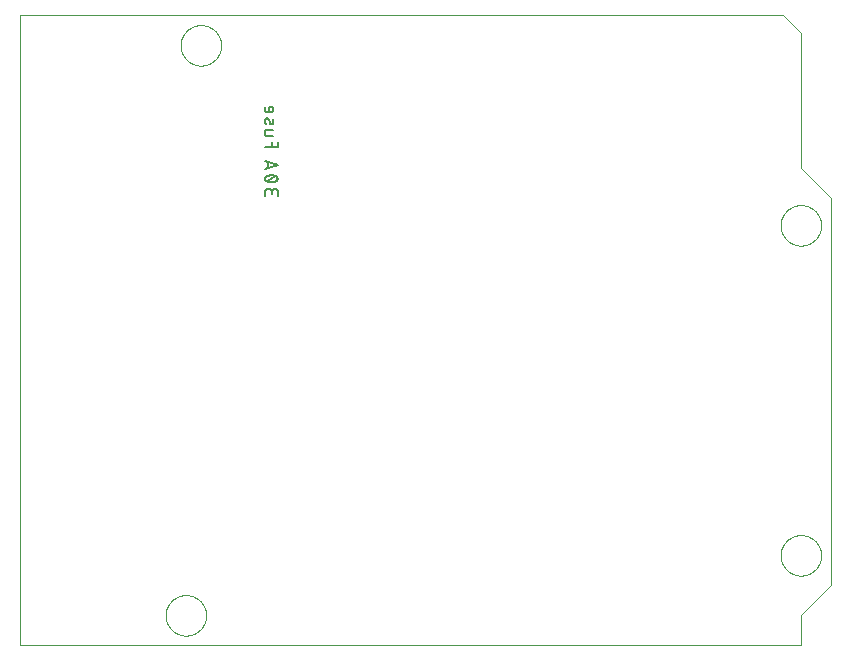
<source format=gbo>
G75*
%MOIN*%
%OFA0B0*%
%FSLAX25Y25*%
%IPPOS*%
%LPD*%
%AMOC8*
5,1,8,0,0,1.08239X$1,22.5*
%
%ADD10C,0.00000*%
%ADD11C,0.00800*%
D10*
X0006099Y0013339D02*
X0266300Y0013339D01*
X0266300Y0023300D01*
X0276300Y0033300D01*
X0276300Y0162300D01*
X0266300Y0172300D01*
X0266300Y0217300D01*
X0260300Y0223300D01*
X0006099Y0223300D01*
X0006099Y0013339D01*
X0054550Y0023300D02*
X0054552Y0023466D01*
X0054558Y0023631D01*
X0054568Y0023797D01*
X0054583Y0023962D01*
X0054601Y0024126D01*
X0054623Y0024290D01*
X0054649Y0024454D01*
X0054680Y0024617D01*
X0054714Y0024779D01*
X0054752Y0024940D01*
X0054795Y0025100D01*
X0054841Y0025259D01*
X0054891Y0025417D01*
X0054945Y0025574D01*
X0055002Y0025729D01*
X0055064Y0025883D01*
X0055129Y0026035D01*
X0055198Y0026186D01*
X0055271Y0026335D01*
X0055347Y0026482D01*
X0055427Y0026627D01*
X0055510Y0026770D01*
X0055597Y0026911D01*
X0055688Y0027050D01*
X0055781Y0027187D01*
X0055878Y0027321D01*
X0055979Y0027453D01*
X0056082Y0027582D01*
X0056189Y0027709D01*
X0056299Y0027833D01*
X0056411Y0027954D01*
X0056527Y0028073D01*
X0056646Y0028189D01*
X0056767Y0028301D01*
X0056891Y0028411D01*
X0057018Y0028518D01*
X0057147Y0028621D01*
X0057279Y0028722D01*
X0057413Y0028819D01*
X0057550Y0028912D01*
X0057689Y0029003D01*
X0057830Y0029090D01*
X0057973Y0029173D01*
X0058118Y0029253D01*
X0058265Y0029329D01*
X0058414Y0029402D01*
X0058565Y0029471D01*
X0058717Y0029536D01*
X0058871Y0029598D01*
X0059026Y0029655D01*
X0059183Y0029709D01*
X0059341Y0029759D01*
X0059500Y0029805D01*
X0059660Y0029848D01*
X0059821Y0029886D01*
X0059983Y0029920D01*
X0060146Y0029951D01*
X0060310Y0029977D01*
X0060474Y0029999D01*
X0060638Y0030017D01*
X0060803Y0030032D01*
X0060969Y0030042D01*
X0061134Y0030048D01*
X0061300Y0030050D01*
X0061466Y0030048D01*
X0061631Y0030042D01*
X0061797Y0030032D01*
X0061962Y0030017D01*
X0062126Y0029999D01*
X0062290Y0029977D01*
X0062454Y0029951D01*
X0062617Y0029920D01*
X0062779Y0029886D01*
X0062940Y0029848D01*
X0063100Y0029805D01*
X0063259Y0029759D01*
X0063417Y0029709D01*
X0063574Y0029655D01*
X0063729Y0029598D01*
X0063883Y0029536D01*
X0064035Y0029471D01*
X0064186Y0029402D01*
X0064335Y0029329D01*
X0064482Y0029253D01*
X0064627Y0029173D01*
X0064770Y0029090D01*
X0064911Y0029003D01*
X0065050Y0028912D01*
X0065187Y0028819D01*
X0065321Y0028722D01*
X0065453Y0028621D01*
X0065582Y0028518D01*
X0065709Y0028411D01*
X0065833Y0028301D01*
X0065954Y0028189D01*
X0066073Y0028073D01*
X0066189Y0027954D01*
X0066301Y0027833D01*
X0066411Y0027709D01*
X0066518Y0027582D01*
X0066621Y0027453D01*
X0066722Y0027321D01*
X0066819Y0027187D01*
X0066912Y0027050D01*
X0067003Y0026911D01*
X0067090Y0026770D01*
X0067173Y0026627D01*
X0067253Y0026482D01*
X0067329Y0026335D01*
X0067402Y0026186D01*
X0067471Y0026035D01*
X0067536Y0025883D01*
X0067598Y0025729D01*
X0067655Y0025574D01*
X0067709Y0025417D01*
X0067759Y0025259D01*
X0067805Y0025100D01*
X0067848Y0024940D01*
X0067886Y0024779D01*
X0067920Y0024617D01*
X0067951Y0024454D01*
X0067977Y0024290D01*
X0067999Y0024126D01*
X0068017Y0023962D01*
X0068032Y0023797D01*
X0068042Y0023631D01*
X0068048Y0023466D01*
X0068050Y0023300D01*
X0068048Y0023134D01*
X0068042Y0022969D01*
X0068032Y0022803D01*
X0068017Y0022638D01*
X0067999Y0022474D01*
X0067977Y0022310D01*
X0067951Y0022146D01*
X0067920Y0021983D01*
X0067886Y0021821D01*
X0067848Y0021660D01*
X0067805Y0021500D01*
X0067759Y0021341D01*
X0067709Y0021183D01*
X0067655Y0021026D01*
X0067598Y0020871D01*
X0067536Y0020717D01*
X0067471Y0020565D01*
X0067402Y0020414D01*
X0067329Y0020265D01*
X0067253Y0020118D01*
X0067173Y0019973D01*
X0067090Y0019830D01*
X0067003Y0019689D01*
X0066912Y0019550D01*
X0066819Y0019413D01*
X0066722Y0019279D01*
X0066621Y0019147D01*
X0066518Y0019018D01*
X0066411Y0018891D01*
X0066301Y0018767D01*
X0066189Y0018646D01*
X0066073Y0018527D01*
X0065954Y0018411D01*
X0065833Y0018299D01*
X0065709Y0018189D01*
X0065582Y0018082D01*
X0065453Y0017979D01*
X0065321Y0017878D01*
X0065187Y0017781D01*
X0065050Y0017688D01*
X0064911Y0017597D01*
X0064770Y0017510D01*
X0064627Y0017427D01*
X0064482Y0017347D01*
X0064335Y0017271D01*
X0064186Y0017198D01*
X0064035Y0017129D01*
X0063883Y0017064D01*
X0063729Y0017002D01*
X0063574Y0016945D01*
X0063417Y0016891D01*
X0063259Y0016841D01*
X0063100Y0016795D01*
X0062940Y0016752D01*
X0062779Y0016714D01*
X0062617Y0016680D01*
X0062454Y0016649D01*
X0062290Y0016623D01*
X0062126Y0016601D01*
X0061962Y0016583D01*
X0061797Y0016568D01*
X0061631Y0016558D01*
X0061466Y0016552D01*
X0061300Y0016550D01*
X0061134Y0016552D01*
X0060969Y0016558D01*
X0060803Y0016568D01*
X0060638Y0016583D01*
X0060474Y0016601D01*
X0060310Y0016623D01*
X0060146Y0016649D01*
X0059983Y0016680D01*
X0059821Y0016714D01*
X0059660Y0016752D01*
X0059500Y0016795D01*
X0059341Y0016841D01*
X0059183Y0016891D01*
X0059026Y0016945D01*
X0058871Y0017002D01*
X0058717Y0017064D01*
X0058565Y0017129D01*
X0058414Y0017198D01*
X0058265Y0017271D01*
X0058118Y0017347D01*
X0057973Y0017427D01*
X0057830Y0017510D01*
X0057689Y0017597D01*
X0057550Y0017688D01*
X0057413Y0017781D01*
X0057279Y0017878D01*
X0057147Y0017979D01*
X0057018Y0018082D01*
X0056891Y0018189D01*
X0056767Y0018299D01*
X0056646Y0018411D01*
X0056527Y0018527D01*
X0056411Y0018646D01*
X0056299Y0018767D01*
X0056189Y0018891D01*
X0056082Y0019018D01*
X0055979Y0019147D01*
X0055878Y0019279D01*
X0055781Y0019413D01*
X0055688Y0019550D01*
X0055597Y0019689D01*
X0055510Y0019830D01*
X0055427Y0019973D01*
X0055347Y0020118D01*
X0055271Y0020265D01*
X0055198Y0020414D01*
X0055129Y0020565D01*
X0055064Y0020717D01*
X0055002Y0020871D01*
X0054945Y0021026D01*
X0054891Y0021183D01*
X0054841Y0021341D01*
X0054795Y0021500D01*
X0054752Y0021660D01*
X0054714Y0021821D01*
X0054680Y0021983D01*
X0054649Y0022146D01*
X0054623Y0022310D01*
X0054601Y0022474D01*
X0054583Y0022638D01*
X0054568Y0022803D01*
X0054558Y0022969D01*
X0054552Y0023134D01*
X0054550Y0023300D01*
X0259550Y0043300D02*
X0259552Y0043466D01*
X0259558Y0043631D01*
X0259568Y0043797D01*
X0259583Y0043962D01*
X0259601Y0044126D01*
X0259623Y0044290D01*
X0259649Y0044454D01*
X0259680Y0044617D01*
X0259714Y0044779D01*
X0259752Y0044940D01*
X0259795Y0045100D01*
X0259841Y0045259D01*
X0259891Y0045417D01*
X0259945Y0045574D01*
X0260002Y0045729D01*
X0260064Y0045883D01*
X0260129Y0046035D01*
X0260198Y0046186D01*
X0260271Y0046335D01*
X0260347Y0046482D01*
X0260427Y0046627D01*
X0260510Y0046770D01*
X0260597Y0046911D01*
X0260688Y0047050D01*
X0260781Y0047187D01*
X0260878Y0047321D01*
X0260979Y0047453D01*
X0261082Y0047582D01*
X0261189Y0047709D01*
X0261299Y0047833D01*
X0261411Y0047954D01*
X0261527Y0048073D01*
X0261646Y0048189D01*
X0261767Y0048301D01*
X0261891Y0048411D01*
X0262018Y0048518D01*
X0262147Y0048621D01*
X0262279Y0048722D01*
X0262413Y0048819D01*
X0262550Y0048912D01*
X0262689Y0049003D01*
X0262830Y0049090D01*
X0262973Y0049173D01*
X0263118Y0049253D01*
X0263265Y0049329D01*
X0263414Y0049402D01*
X0263565Y0049471D01*
X0263717Y0049536D01*
X0263871Y0049598D01*
X0264026Y0049655D01*
X0264183Y0049709D01*
X0264341Y0049759D01*
X0264500Y0049805D01*
X0264660Y0049848D01*
X0264821Y0049886D01*
X0264983Y0049920D01*
X0265146Y0049951D01*
X0265310Y0049977D01*
X0265474Y0049999D01*
X0265638Y0050017D01*
X0265803Y0050032D01*
X0265969Y0050042D01*
X0266134Y0050048D01*
X0266300Y0050050D01*
X0266466Y0050048D01*
X0266631Y0050042D01*
X0266797Y0050032D01*
X0266962Y0050017D01*
X0267126Y0049999D01*
X0267290Y0049977D01*
X0267454Y0049951D01*
X0267617Y0049920D01*
X0267779Y0049886D01*
X0267940Y0049848D01*
X0268100Y0049805D01*
X0268259Y0049759D01*
X0268417Y0049709D01*
X0268574Y0049655D01*
X0268729Y0049598D01*
X0268883Y0049536D01*
X0269035Y0049471D01*
X0269186Y0049402D01*
X0269335Y0049329D01*
X0269482Y0049253D01*
X0269627Y0049173D01*
X0269770Y0049090D01*
X0269911Y0049003D01*
X0270050Y0048912D01*
X0270187Y0048819D01*
X0270321Y0048722D01*
X0270453Y0048621D01*
X0270582Y0048518D01*
X0270709Y0048411D01*
X0270833Y0048301D01*
X0270954Y0048189D01*
X0271073Y0048073D01*
X0271189Y0047954D01*
X0271301Y0047833D01*
X0271411Y0047709D01*
X0271518Y0047582D01*
X0271621Y0047453D01*
X0271722Y0047321D01*
X0271819Y0047187D01*
X0271912Y0047050D01*
X0272003Y0046911D01*
X0272090Y0046770D01*
X0272173Y0046627D01*
X0272253Y0046482D01*
X0272329Y0046335D01*
X0272402Y0046186D01*
X0272471Y0046035D01*
X0272536Y0045883D01*
X0272598Y0045729D01*
X0272655Y0045574D01*
X0272709Y0045417D01*
X0272759Y0045259D01*
X0272805Y0045100D01*
X0272848Y0044940D01*
X0272886Y0044779D01*
X0272920Y0044617D01*
X0272951Y0044454D01*
X0272977Y0044290D01*
X0272999Y0044126D01*
X0273017Y0043962D01*
X0273032Y0043797D01*
X0273042Y0043631D01*
X0273048Y0043466D01*
X0273050Y0043300D01*
X0273048Y0043134D01*
X0273042Y0042969D01*
X0273032Y0042803D01*
X0273017Y0042638D01*
X0272999Y0042474D01*
X0272977Y0042310D01*
X0272951Y0042146D01*
X0272920Y0041983D01*
X0272886Y0041821D01*
X0272848Y0041660D01*
X0272805Y0041500D01*
X0272759Y0041341D01*
X0272709Y0041183D01*
X0272655Y0041026D01*
X0272598Y0040871D01*
X0272536Y0040717D01*
X0272471Y0040565D01*
X0272402Y0040414D01*
X0272329Y0040265D01*
X0272253Y0040118D01*
X0272173Y0039973D01*
X0272090Y0039830D01*
X0272003Y0039689D01*
X0271912Y0039550D01*
X0271819Y0039413D01*
X0271722Y0039279D01*
X0271621Y0039147D01*
X0271518Y0039018D01*
X0271411Y0038891D01*
X0271301Y0038767D01*
X0271189Y0038646D01*
X0271073Y0038527D01*
X0270954Y0038411D01*
X0270833Y0038299D01*
X0270709Y0038189D01*
X0270582Y0038082D01*
X0270453Y0037979D01*
X0270321Y0037878D01*
X0270187Y0037781D01*
X0270050Y0037688D01*
X0269911Y0037597D01*
X0269770Y0037510D01*
X0269627Y0037427D01*
X0269482Y0037347D01*
X0269335Y0037271D01*
X0269186Y0037198D01*
X0269035Y0037129D01*
X0268883Y0037064D01*
X0268729Y0037002D01*
X0268574Y0036945D01*
X0268417Y0036891D01*
X0268259Y0036841D01*
X0268100Y0036795D01*
X0267940Y0036752D01*
X0267779Y0036714D01*
X0267617Y0036680D01*
X0267454Y0036649D01*
X0267290Y0036623D01*
X0267126Y0036601D01*
X0266962Y0036583D01*
X0266797Y0036568D01*
X0266631Y0036558D01*
X0266466Y0036552D01*
X0266300Y0036550D01*
X0266134Y0036552D01*
X0265969Y0036558D01*
X0265803Y0036568D01*
X0265638Y0036583D01*
X0265474Y0036601D01*
X0265310Y0036623D01*
X0265146Y0036649D01*
X0264983Y0036680D01*
X0264821Y0036714D01*
X0264660Y0036752D01*
X0264500Y0036795D01*
X0264341Y0036841D01*
X0264183Y0036891D01*
X0264026Y0036945D01*
X0263871Y0037002D01*
X0263717Y0037064D01*
X0263565Y0037129D01*
X0263414Y0037198D01*
X0263265Y0037271D01*
X0263118Y0037347D01*
X0262973Y0037427D01*
X0262830Y0037510D01*
X0262689Y0037597D01*
X0262550Y0037688D01*
X0262413Y0037781D01*
X0262279Y0037878D01*
X0262147Y0037979D01*
X0262018Y0038082D01*
X0261891Y0038189D01*
X0261767Y0038299D01*
X0261646Y0038411D01*
X0261527Y0038527D01*
X0261411Y0038646D01*
X0261299Y0038767D01*
X0261189Y0038891D01*
X0261082Y0039018D01*
X0260979Y0039147D01*
X0260878Y0039279D01*
X0260781Y0039413D01*
X0260688Y0039550D01*
X0260597Y0039689D01*
X0260510Y0039830D01*
X0260427Y0039973D01*
X0260347Y0040118D01*
X0260271Y0040265D01*
X0260198Y0040414D01*
X0260129Y0040565D01*
X0260064Y0040717D01*
X0260002Y0040871D01*
X0259945Y0041026D01*
X0259891Y0041183D01*
X0259841Y0041341D01*
X0259795Y0041500D01*
X0259752Y0041660D01*
X0259714Y0041821D01*
X0259680Y0041983D01*
X0259649Y0042146D01*
X0259623Y0042310D01*
X0259601Y0042474D01*
X0259583Y0042638D01*
X0259568Y0042803D01*
X0259558Y0042969D01*
X0259552Y0043134D01*
X0259550Y0043300D01*
X0259550Y0153300D02*
X0259552Y0153466D01*
X0259558Y0153631D01*
X0259568Y0153797D01*
X0259583Y0153962D01*
X0259601Y0154126D01*
X0259623Y0154290D01*
X0259649Y0154454D01*
X0259680Y0154617D01*
X0259714Y0154779D01*
X0259752Y0154940D01*
X0259795Y0155100D01*
X0259841Y0155259D01*
X0259891Y0155417D01*
X0259945Y0155574D01*
X0260002Y0155729D01*
X0260064Y0155883D01*
X0260129Y0156035D01*
X0260198Y0156186D01*
X0260271Y0156335D01*
X0260347Y0156482D01*
X0260427Y0156627D01*
X0260510Y0156770D01*
X0260597Y0156911D01*
X0260688Y0157050D01*
X0260781Y0157187D01*
X0260878Y0157321D01*
X0260979Y0157453D01*
X0261082Y0157582D01*
X0261189Y0157709D01*
X0261299Y0157833D01*
X0261411Y0157954D01*
X0261527Y0158073D01*
X0261646Y0158189D01*
X0261767Y0158301D01*
X0261891Y0158411D01*
X0262018Y0158518D01*
X0262147Y0158621D01*
X0262279Y0158722D01*
X0262413Y0158819D01*
X0262550Y0158912D01*
X0262689Y0159003D01*
X0262830Y0159090D01*
X0262973Y0159173D01*
X0263118Y0159253D01*
X0263265Y0159329D01*
X0263414Y0159402D01*
X0263565Y0159471D01*
X0263717Y0159536D01*
X0263871Y0159598D01*
X0264026Y0159655D01*
X0264183Y0159709D01*
X0264341Y0159759D01*
X0264500Y0159805D01*
X0264660Y0159848D01*
X0264821Y0159886D01*
X0264983Y0159920D01*
X0265146Y0159951D01*
X0265310Y0159977D01*
X0265474Y0159999D01*
X0265638Y0160017D01*
X0265803Y0160032D01*
X0265969Y0160042D01*
X0266134Y0160048D01*
X0266300Y0160050D01*
X0266466Y0160048D01*
X0266631Y0160042D01*
X0266797Y0160032D01*
X0266962Y0160017D01*
X0267126Y0159999D01*
X0267290Y0159977D01*
X0267454Y0159951D01*
X0267617Y0159920D01*
X0267779Y0159886D01*
X0267940Y0159848D01*
X0268100Y0159805D01*
X0268259Y0159759D01*
X0268417Y0159709D01*
X0268574Y0159655D01*
X0268729Y0159598D01*
X0268883Y0159536D01*
X0269035Y0159471D01*
X0269186Y0159402D01*
X0269335Y0159329D01*
X0269482Y0159253D01*
X0269627Y0159173D01*
X0269770Y0159090D01*
X0269911Y0159003D01*
X0270050Y0158912D01*
X0270187Y0158819D01*
X0270321Y0158722D01*
X0270453Y0158621D01*
X0270582Y0158518D01*
X0270709Y0158411D01*
X0270833Y0158301D01*
X0270954Y0158189D01*
X0271073Y0158073D01*
X0271189Y0157954D01*
X0271301Y0157833D01*
X0271411Y0157709D01*
X0271518Y0157582D01*
X0271621Y0157453D01*
X0271722Y0157321D01*
X0271819Y0157187D01*
X0271912Y0157050D01*
X0272003Y0156911D01*
X0272090Y0156770D01*
X0272173Y0156627D01*
X0272253Y0156482D01*
X0272329Y0156335D01*
X0272402Y0156186D01*
X0272471Y0156035D01*
X0272536Y0155883D01*
X0272598Y0155729D01*
X0272655Y0155574D01*
X0272709Y0155417D01*
X0272759Y0155259D01*
X0272805Y0155100D01*
X0272848Y0154940D01*
X0272886Y0154779D01*
X0272920Y0154617D01*
X0272951Y0154454D01*
X0272977Y0154290D01*
X0272999Y0154126D01*
X0273017Y0153962D01*
X0273032Y0153797D01*
X0273042Y0153631D01*
X0273048Y0153466D01*
X0273050Y0153300D01*
X0273048Y0153134D01*
X0273042Y0152969D01*
X0273032Y0152803D01*
X0273017Y0152638D01*
X0272999Y0152474D01*
X0272977Y0152310D01*
X0272951Y0152146D01*
X0272920Y0151983D01*
X0272886Y0151821D01*
X0272848Y0151660D01*
X0272805Y0151500D01*
X0272759Y0151341D01*
X0272709Y0151183D01*
X0272655Y0151026D01*
X0272598Y0150871D01*
X0272536Y0150717D01*
X0272471Y0150565D01*
X0272402Y0150414D01*
X0272329Y0150265D01*
X0272253Y0150118D01*
X0272173Y0149973D01*
X0272090Y0149830D01*
X0272003Y0149689D01*
X0271912Y0149550D01*
X0271819Y0149413D01*
X0271722Y0149279D01*
X0271621Y0149147D01*
X0271518Y0149018D01*
X0271411Y0148891D01*
X0271301Y0148767D01*
X0271189Y0148646D01*
X0271073Y0148527D01*
X0270954Y0148411D01*
X0270833Y0148299D01*
X0270709Y0148189D01*
X0270582Y0148082D01*
X0270453Y0147979D01*
X0270321Y0147878D01*
X0270187Y0147781D01*
X0270050Y0147688D01*
X0269911Y0147597D01*
X0269770Y0147510D01*
X0269627Y0147427D01*
X0269482Y0147347D01*
X0269335Y0147271D01*
X0269186Y0147198D01*
X0269035Y0147129D01*
X0268883Y0147064D01*
X0268729Y0147002D01*
X0268574Y0146945D01*
X0268417Y0146891D01*
X0268259Y0146841D01*
X0268100Y0146795D01*
X0267940Y0146752D01*
X0267779Y0146714D01*
X0267617Y0146680D01*
X0267454Y0146649D01*
X0267290Y0146623D01*
X0267126Y0146601D01*
X0266962Y0146583D01*
X0266797Y0146568D01*
X0266631Y0146558D01*
X0266466Y0146552D01*
X0266300Y0146550D01*
X0266134Y0146552D01*
X0265969Y0146558D01*
X0265803Y0146568D01*
X0265638Y0146583D01*
X0265474Y0146601D01*
X0265310Y0146623D01*
X0265146Y0146649D01*
X0264983Y0146680D01*
X0264821Y0146714D01*
X0264660Y0146752D01*
X0264500Y0146795D01*
X0264341Y0146841D01*
X0264183Y0146891D01*
X0264026Y0146945D01*
X0263871Y0147002D01*
X0263717Y0147064D01*
X0263565Y0147129D01*
X0263414Y0147198D01*
X0263265Y0147271D01*
X0263118Y0147347D01*
X0262973Y0147427D01*
X0262830Y0147510D01*
X0262689Y0147597D01*
X0262550Y0147688D01*
X0262413Y0147781D01*
X0262279Y0147878D01*
X0262147Y0147979D01*
X0262018Y0148082D01*
X0261891Y0148189D01*
X0261767Y0148299D01*
X0261646Y0148411D01*
X0261527Y0148527D01*
X0261411Y0148646D01*
X0261299Y0148767D01*
X0261189Y0148891D01*
X0261082Y0149018D01*
X0260979Y0149147D01*
X0260878Y0149279D01*
X0260781Y0149413D01*
X0260688Y0149550D01*
X0260597Y0149689D01*
X0260510Y0149830D01*
X0260427Y0149973D01*
X0260347Y0150118D01*
X0260271Y0150265D01*
X0260198Y0150414D01*
X0260129Y0150565D01*
X0260064Y0150717D01*
X0260002Y0150871D01*
X0259945Y0151026D01*
X0259891Y0151183D01*
X0259841Y0151341D01*
X0259795Y0151500D01*
X0259752Y0151660D01*
X0259714Y0151821D01*
X0259680Y0151983D01*
X0259649Y0152146D01*
X0259623Y0152310D01*
X0259601Y0152474D01*
X0259583Y0152638D01*
X0259568Y0152803D01*
X0259558Y0152969D01*
X0259552Y0153134D01*
X0259550Y0153300D01*
X0059550Y0213300D02*
X0059552Y0213466D01*
X0059558Y0213631D01*
X0059568Y0213797D01*
X0059583Y0213962D01*
X0059601Y0214126D01*
X0059623Y0214290D01*
X0059649Y0214454D01*
X0059680Y0214617D01*
X0059714Y0214779D01*
X0059752Y0214940D01*
X0059795Y0215100D01*
X0059841Y0215259D01*
X0059891Y0215417D01*
X0059945Y0215574D01*
X0060002Y0215729D01*
X0060064Y0215883D01*
X0060129Y0216035D01*
X0060198Y0216186D01*
X0060271Y0216335D01*
X0060347Y0216482D01*
X0060427Y0216627D01*
X0060510Y0216770D01*
X0060597Y0216911D01*
X0060688Y0217050D01*
X0060781Y0217187D01*
X0060878Y0217321D01*
X0060979Y0217453D01*
X0061082Y0217582D01*
X0061189Y0217709D01*
X0061299Y0217833D01*
X0061411Y0217954D01*
X0061527Y0218073D01*
X0061646Y0218189D01*
X0061767Y0218301D01*
X0061891Y0218411D01*
X0062018Y0218518D01*
X0062147Y0218621D01*
X0062279Y0218722D01*
X0062413Y0218819D01*
X0062550Y0218912D01*
X0062689Y0219003D01*
X0062830Y0219090D01*
X0062973Y0219173D01*
X0063118Y0219253D01*
X0063265Y0219329D01*
X0063414Y0219402D01*
X0063565Y0219471D01*
X0063717Y0219536D01*
X0063871Y0219598D01*
X0064026Y0219655D01*
X0064183Y0219709D01*
X0064341Y0219759D01*
X0064500Y0219805D01*
X0064660Y0219848D01*
X0064821Y0219886D01*
X0064983Y0219920D01*
X0065146Y0219951D01*
X0065310Y0219977D01*
X0065474Y0219999D01*
X0065638Y0220017D01*
X0065803Y0220032D01*
X0065969Y0220042D01*
X0066134Y0220048D01*
X0066300Y0220050D01*
X0066466Y0220048D01*
X0066631Y0220042D01*
X0066797Y0220032D01*
X0066962Y0220017D01*
X0067126Y0219999D01*
X0067290Y0219977D01*
X0067454Y0219951D01*
X0067617Y0219920D01*
X0067779Y0219886D01*
X0067940Y0219848D01*
X0068100Y0219805D01*
X0068259Y0219759D01*
X0068417Y0219709D01*
X0068574Y0219655D01*
X0068729Y0219598D01*
X0068883Y0219536D01*
X0069035Y0219471D01*
X0069186Y0219402D01*
X0069335Y0219329D01*
X0069482Y0219253D01*
X0069627Y0219173D01*
X0069770Y0219090D01*
X0069911Y0219003D01*
X0070050Y0218912D01*
X0070187Y0218819D01*
X0070321Y0218722D01*
X0070453Y0218621D01*
X0070582Y0218518D01*
X0070709Y0218411D01*
X0070833Y0218301D01*
X0070954Y0218189D01*
X0071073Y0218073D01*
X0071189Y0217954D01*
X0071301Y0217833D01*
X0071411Y0217709D01*
X0071518Y0217582D01*
X0071621Y0217453D01*
X0071722Y0217321D01*
X0071819Y0217187D01*
X0071912Y0217050D01*
X0072003Y0216911D01*
X0072090Y0216770D01*
X0072173Y0216627D01*
X0072253Y0216482D01*
X0072329Y0216335D01*
X0072402Y0216186D01*
X0072471Y0216035D01*
X0072536Y0215883D01*
X0072598Y0215729D01*
X0072655Y0215574D01*
X0072709Y0215417D01*
X0072759Y0215259D01*
X0072805Y0215100D01*
X0072848Y0214940D01*
X0072886Y0214779D01*
X0072920Y0214617D01*
X0072951Y0214454D01*
X0072977Y0214290D01*
X0072999Y0214126D01*
X0073017Y0213962D01*
X0073032Y0213797D01*
X0073042Y0213631D01*
X0073048Y0213466D01*
X0073050Y0213300D01*
X0073048Y0213134D01*
X0073042Y0212969D01*
X0073032Y0212803D01*
X0073017Y0212638D01*
X0072999Y0212474D01*
X0072977Y0212310D01*
X0072951Y0212146D01*
X0072920Y0211983D01*
X0072886Y0211821D01*
X0072848Y0211660D01*
X0072805Y0211500D01*
X0072759Y0211341D01*
X0072709Y0211183D01*
X0072655Y0211026D01*
X0072598Y0210871D01*
X0072536Y0210717D01*
X0072471Y0210565D01*
X0072402Y0210414D01*
X0072329Y0210265D01*
X0072253Y0210118D01*
X0072173Y0209973D01*
X0072090Y0209830D01*
X0072003Y0209689D01*
X0071912Y0209550D01*
X0071819Y0209413D01*
X0071722Y0209279D01*
X0071621Y0209147D01*
X0071518Y0209018D01*
X0071411Y0208891D01*
X0071301Y0208767D01*
X0071189Y0208646D01*
X0071073Y0208527D01*
X0070954Y0208411D01*
X0070833Y0208299D01*
X0070709Y0208189D01*
X0070582Y0208082D01*
X0070453Y0207979D01*
X0070321Y0207878D01*
X0070187Y0207781D01*
X0070050Y0207688D01*
X0069911Y0207597D01*
X0069770Y0207510D01*
X0069627Y0207427D01*
X0069482Y0207347D01*
X0069335Y0207271D01*
X0069186Y0207198D01*
X0069035Y0207129D01*
X0068883Y0207064D01*
X0068729Y0207002D01*
X0068574Y0206945D01*
X0068417Y0206891D01*
X0068259Y0206841D01*
X0068100Y0206795D01*
X0067940Y0206752D01*
X0067779Y0206714D01*
X0067617Y0206680D01*
X0067454Y0206649D01*
X0067290Y0206623D01*
X0067126Y0206601D01*
X0066962Y0206583D01*
X0066797Y0206568D01*
X0066631Y0206558D01*
X0066466Y0206552D01*
X0066300Y0206550D01*
X0066134Y0206552D01*
X0065969Y0206558D01*
X0065803Y0206568D01*
X0065638Y0206583D01*
X0065474Y0206601D01*
X0065310Y0206623D01*
X0065146Y0206649D01*
X0064983Y0206680D01*
X0064821Y0206714D01*
X0064660Y0206752D01*
X0064500Y0206795D01*
X0064341Y0206841D01*
X0064183Y0206891D01*
X0064026Y0206945D01*
X0063871Y0207002D01*
X0063717Y0207064D01*
X0063565Y0207129D01*
X0063414Y0207198D01*
X0063265Y0207271D01*
X0063118Y0207347D01*
X0062973Y0207427D01*
X0062830Y0207510D01*
X0062689Y0207597D01*
X0062550Y0207688D01*
X0062413Y0207781D01*
X0062279Y0207878D01*
X0062147Y0207979D01*
X0062018Y0208082D01*
X0061891Y0208189D01*
X0061767Y0208299D01*
X0061646Y0208411D01*
X0061527Y0208527D01*
X0061411Y0208646D01*
X0061299Y0208767D01*
X0061189Y0208891D01*
X0061082Y0209018D01*
X0060979Y0209147D01*
X0060878Y0209279D01*
X0060781Y0209413D01*
X0060688Y0209550D01*
X0060597Y0209689D01*
X0060510Y0209830D01*
X0060427Y0209973D01*
X0060347Y0210118D01*
X0060271Y0210265D01*
X0060198Y0210414D01*
X0060129Y0210565D01*
X0060064Y0210717D01*
X0060002Y0210871D01*
X0059945Y0211026D01*
X0059891Y0211183D01*
X0059841Y0211341D01*
X0059795Y0211500D01*
X0059752Y0211660D01*
X0059714Y0211821D01*
X0059680Y0211983D01*
X0059649Y0212146D01*
X0059623Y0212310D01*
X0059601Y0212474D01*
X0059583Y0212638D01*
X0059568Y0212803D01*
X0059558Y0212969D01*
X0059552Y0213134D01*
X0059550Y0213300D01*
D11*
X0087700Y0192900D02*
X0087700Y0191733D01*
X0087702Y0191683D01*
X0087707Y0191633D01*
X0087716Y0191584D01*
X0087728Y0191536D01*
X0087744Y0191488D01*
X0087763Y0191442D01*
X0087786Y0191398D01*
X0087811Y0191355D01*
X0087840Y0191314D01*
X0087871Y0191275D01*
X0087905Y0191238D01*
X0087942Y0191204D01*
X0087981Y0191173D01*
X0088022Y0191144D01*
X0088065Y0191119D01*
X0088109Y0191096D01*
X0088155Y0191077D01*
X0088203Y0191061D01*
X0088251Y0191049D01*
X0088300Y0191040D01*
X0088350Y0191035D01*
X0088400Y0191033D01*
X0089567Y0191033D01*
X0089100Y0191033D02*
X0089100Y0192900D01*
X0089567Y0192900D01*
X0089627Y0192898D01*
X0089686Y0192892D01*
X0089745Y0192883D01*
X0089804Y0192869D01*
X0089861Y0192852D01*
X0089917Y0192832D01*
X0089972Y0192808D01*
X0090025Y0192780D01*
X0090076Y0192749D01*
X0090125Y0192715D01*
X0090172Y0192677D01*
X0090216Y0192637D01*
X0090258Y0192594D01*
X0090296Y0192549D01*
X0090332Y0192501D01*
X0090365Y0192451D01*
X0090394Y0192399D01*
X0090420Y0192345D01*
X0090443Y0192289D01*
X0090461Y0192232D01*
X0090477Y0192175D01*
X0090488Y0192116D01*
X0090496Y0192057D01*
X0090500Y0191997D01*
X0090500Y0191937D01*
X0090496Y0191877D01*
X0090488Y0191818D01*
X0090477Y0191759D01*
X0090461Y0191702D01*
X0090443Y0191645D01*
X0090420Y0191589D01*
X0090394Y0191535D01*
X0090365Y0191483D01*
X0090332Y0191433D01*
X0090296Y0191385D01*
X0090258Y0191340D01*
X0090216Y0191297D01*
X0090172Y0191257D01*
X0090125Y0191219D01*
X0090076Y0191185D01*
X0090025Y0191154D01*
X0089972Y0191126D01*
X0089917Y0191102D01*
X0089861Y0191082D01*
X0089804Y0191065D01*
X0089745Y0191051D01*
X0089686Y0191042D01*
X0089627Y0191036D01*
X0089567Y0191034D01*
X0088867Y0188650D02*
X0089333Y0187483D01*
X0089353Y0187440D01*
X0089376Y0187397D01*
X0089402Y0187357D01*
X0089431Y0187319D01*
X0089464Y0187284D01*
X0089499Y0187251D01*
X0089536Y0187221D01*
X0089576Y0187194D01*
X0089617Y0187170D01*
X0089661Y0187150D01*
X0089706Y0187133D01*
X0089752Y0187120D01*
X0089799Y0187111D01*
X0089847Y0187105D01*
X0089894Y0187103D01*
X0089942Y0187105D01*
X0089990Y0187111D01*
X0090037Y0187120D01*
X0090083Y0187133D01*
X0090128Y0187150D01*
X0090172Y0187170D01*
X0090213Y0187194D01*
X0090253Y0187220D01*
X0090291Y0187250D01*
X0090326Y0187283D01*
X0090358Y0187319D01*
X0090387Y0187356D01*
X0090414Y0187397D01*
X0090437Y0187439D01*
X0090456Y0187482D01*
X0090472Y0187528D01*
X0090485Y0187574D01*
X0090494Y0187621D01*
X0090499Y0187669D01*
X0090500Y0187717D01*
X0087934Y0187133D02*
X0087895Y0187246D01*
X0087860Y0187360D01*
X0087828Y0187474D01*
X0087800Y0187590D01*
X0087775Y0187707D01*
X0087754Y0187824D01*
X0087736Y0187942D01*
X0087722Y0188060D01*
X0087711Y0188179D01*
X0087704Y0188297D01*
X0087700Y0188417D01*
X0087700Y0188416D02*
X0087701Y0188464D01*
X0087706Y0188512D01*
X0087715Y0188559D01*
X0087728Y0188605D01*
X0087744Y0188651D01*
X0087763Y0188694D01*
X0087786Y0188736D01*
X0087813Y0188777D01*
X0087842Y0188814D01*
X0087874Y0188850D01*
X0087909Y0188883D01*
X0087947Y0188913D01*
X0087987Y0188939D01*
X0088028Y0188963D01*
X0088072Y0188983D01*
X0088117Y0189000D01*
X0088163Y0189013D01*
X0088210Y0189022D01*
X0088258Y0189028D01*
X0088306Y0189030D01*
X0088353Y0189028D01*
X0088401Y0189022D01*
X0088448Y0189013D01*
X0088494Y0189000D01*
X0088539Y0188983D01*
X0088583Y0188963D01*
X0088624Y0188939D01*
X0088664Y0188912D01*
X0088701Y0188882D01*
X0088736Y0188849D01*
X0088769Y0188814D01*
X0088798Y0188776D01*
X0088824Y0188736D01*
X0088847Y0188693D01*
X0088867Y0188650D01*
X0090266Y0188767D02*
X0090305Y0188676D01*
X0090340Y0188585D01*
X0090372Y0188491D01*
X0090401Y0188397D01*
X0090426Y0188302D01*
X0090447Y0188206D01*
X0090465Y0188109D01*
X0090479Y0188011D01*
X0090490Y0187914D01*
X0090496Y0187815D01*
X0090500Y0187717D01*
X0090500Y0184950D02*
X0087700Y0184950D01*
X0087700Y0183783D01*
X0087702Y0183733D01*
X0087707Y0183683D01*
X0087716Y0183634D01*
X0087728Y0183586D01*
X0087744Y0183538D01*
X0087763Y0183492D01*
X0087786Y0183448D01*
X0087811Y0183405D01*
X0087840Y0183364D01*
X0087871Y0183325D01*
X0087905Y0183288D01*
X0087942Y0183254D01*
X0087981Y0183223D01*
X0088022Y0183194D01*
X0088065Y0183169D01*
X0088109Y0183146D01*
X0088155Y0183127D01*
X0088203Y0183111D01*
X0088251Y0183099D01*
X0088300Y0183090D01*
X0088350Y0183085D01*
X0088400Y0183083D01*
X0090500Y0183083D01*
X0090033Y0181130D02*
X0090033Y0179263D01*
X0091900Y0179263D02*
X0091900Y0181130D01*
X0091900Y0179263D02*
X0087700Y0179263D01*
X0087700Y0174767D02*
X0091900Y0173367D01*
X0087700Y0171967D01*
X0088750Y0172317D02*
X0088750Y0174417D01*
X0088283Y0168050D02*
X0088385Y0168002D01*
X0088488Y0167958D01*
X0088592Y0167917D01*
X0088698Y0167880D01*
X0088805Y0167846D01*
X0088913Y0167816D01*
X0089022Y0167789D01*
X0089131Y0167765D01*
X0089242Y0167745D01*
X0089353Y0167729D01*
X0089464Y0167716D01*
X0089576Y0167707D01*
X0089688Y0167702D01*
X0089800Y0167700D01*
X0089800Y0170033D02*
X0089912Y0170031D01*
X0090024Y0170026D01*
X0090136Y0170017D01*
X0090247Y0170004D01*
X0090358Y0169988D01*
X0090469Y0169968D01*
X0090578Y0169944D01*
X0090687Y0169917D01*
X0090795Y0169887D01*
X0090902Y0169853D01*
X0091008Y0169816D01*
X0091112Y0169775D01*
X0091215Y0169731D01*
X0091317Y0169683D01*
X0090967Y0169800D02*
X0088633Y0167933D01*
X0087700Y0168867D02*
X0087702Y0168923D01*
X0087707Y0168979D01*
X0087717Y0169035D01*
X0087729Y0169090D01*
X0087746Y0169144D01*
X0087765Y0169196D01*
X0087789Y0169248D01*
X0087815Y0169298D01*
X0087845Y0169345D01*
X0087877Y0169391D01*
X0087913Y0169435D01*
X0087952Y0169476D01*
X0087993Y0169515D01*
X0088036Y0169550D01*
X0088082Y0169583D01*
X0088130Y0169613D01*
X0088179Y0169640D01*
X0088230Y0169663D01*
X0088283Y0169683D01*
X0087700Y0168867D02*
X0087702Y0168811D01*
X0087707Y0168755D01*
X0087717Y0168699D01*
X0087729Y0168644D01*
X0087746Y0168590D01*
X0087765Y0168538D01*
X0087789Y0168486D01*
X0087815Y0168436D01*
X0087845Y0168389D01*
X0087877Y0168343D01*
X0087913Y0168299D01*
X0087952Y0168258D01*
X0087993Y0168219D01*
X0088036Y0168184D01*
X0088082Y0168151D01*
X0088130Y0168121D01*
X0088179Y0168094D01*
X0088230Y0168071D01*
X0088283Y0168051D01*
X0088283Y0169683D02*
X0088385Y0169731D01*
X0088488Y0169775D01*
X0088592Y0169816D01*
X0088698Y0169853D01*
X0088805Y0169887D01*
X0088913Y0169917D01*
X0089022Y0169944D01*
X0089131Y0169968D01*
X0089242Y0169988D01*
X0089353Y0170004D01*
X0089464Y0170017D01*
X0089576Y0170026D01*
X0089688Y0170031D01*
X0089800Y0170033D01*
X0089800Y0167700D02*
X0089912Y0167702D01*
X0090024Y0167707D01*
X0090136Y0167716D01*
X0090247Y0167729D01*
X0090358Y0167745D01*
X0090469Y0167765D01*
X0090578Y0167789D01*
X0090687Y0167816D01*
X0090795Y0167846D01*
X0090902Y0167880D01*
X0091008Y0167917D01*
X0091112Y0167958D01*
X0091215Y0168002D01*
X0091317Y0168050D01*
X0091900Y0168867D02*
X0091898Y0168923D01*
X0091893Y0168979D01*
X0091883Y0169035D01*
X0091871Y0169090D01*
X0091854Y0169144D01*
X0091835Y0169196D01*
X0091811Y0169248D01*
X0091785Y0169298D01*
X0091755Y0169345D01*
X0091723Y0169391D01*
X0091687Y0169435D01*
X0091648Y0169476D01*
X0091607Y0169515D01*
X0091564Y0169550D01*
X0091518Y0169583D01*
X0091470Y0169613D01*
X0091421Y0169640D01*
X0091370Y0169663D01*
X0091317Y0169683D01*
X0091900Y0168867D02*
X0091898Y0168811D01*
X0091893Y0168755D01*
X0091883Y0168699D01*
X0091871Y0168644D01*
X0091854Y0168590D01*
X0091835Y0168538D01*
X0091811Y0168486D01*
X0091785Y0168436D01*
X0091755Y0168389D01*
X0091722Y0168343D01*
X0091687Y0168299D01*
X0091648Y0168258D01*
X0091607Y0168219D01*
X0091564Y0168184D01*
X0091518Y0168151D01*
X0091470Y0168121D01*
X0091421Y0168094D01*
X0091370Y0168071D01*
X0091317Y0168051D01*
X0091900Y0164600D02*
X0091898Y0164660D01*
X0091892Y0164719D01*
X0091883Y0164778D01*
X0091869Y0164837D01*
X0091852Y0164894D01*
X0091832Y0164950D01*
X0091808Y0165005D01*
X0091780Y0165058D01*
X0091749Y0165109D01*
X0091715Y0165158D01*
X0091677Y0165205D01*
X0091637Y0165249D01*
X0091594Y0165291D01*
X0091549Y0165329D01*
X0091501Y0165365D01*
X0091451Y0165398D01*
X0091399Y0165427D01*
X0091345Y0165453D01*
X0091289Y0165476D01*
X0091232Y0165494D01*
X0091175Y0165510D01*
X0091116Y0165521D01*
X0091057Y0165529D01*
X0090997Y0165533D01*
X0090937Y0165533D01*
X0090877Y0165529D01*
X0090818Y0165521D01*
X0090759Y0165510D01*
X0090702Y0165494D01*
X0090645Y0165476D01*
X0090589Y0165453D01*
X0090535Y0165427D01*
X0090483Y0165398D01*
X0090433Y0165365D01*
X0090385Y0165329D01*
X0090340Y0165291D01*
X0090297Y0165249D01*
X0090257Y0165205D01*
X0090219Y0165158D01*
X0090185Y0165109D01*
X0090154Y0165058D01*
X0090126Y0165005D01*
X0090102Y0164950D01*
X0090082Y0164894D01*
X0090065Y0164837D01*
X0090051Y0164778D01*
X0090042Y0164719D01*
X0090036Y0164660D01*
X0090034Y0164600D01*
X0090033Y0164600D02*
X0090033Y0163667D01*
X0090034Y0164367D02*
X0090032Y0164434D01*
X0090026Y0164500D01*
X0090017Y0164566D01*
X0090004Y0164631D01*
X0089987Y0164696D01*
X0089966Y0164759D01*
X0089942Y0164821D01*
X0089914Y0164882D01*
X0089883Y0164941D01*
X0089849Y0164998D01*
X0089811Y0165053D01*
X0089770Y0165106D01*
X0089727Y0165156D01*
X0089680Y0165204D01*
X0089631Y0165249D01*
X0089580Y0165291D01*
X0089526Y0165330D01*
X0089470Y0165366D01*
X0089412Y0165399D01*
X0089352Y0165429D01*
X0089290Y0165454D01*
X0089228Y0165477D01*
X0089164Y0165496D01*
X0089099Y0165511D01*
X0089033Y0165522D01*
X0088967Y0165530D01*
X0088900Y0165534D01*
X0088834Y0165534D01*
X0088767Y0165530D01*
X0088701Y0165522D01*
X0088635Y0165511D01*
X0088570Y0165496D01*
X0088506Y0165477D01*
X0088444Y0165454D01*
X0088382Y0165429D01*
X0088322Y0165399D01*
X0088264Y0165366D01*
X0088208Y0165330D01*
X0088154Y0165291D01*
X0088103Y0165249D01*
X0088054Y0165204D01*
X0088007Y0165156D01*
X0087964Y0165106D01*
X0087923Y0165053D01*
X0087885Y0164998D01*
X0087851Y0164941D01*
X0087820Y0164882D01*
X0087792Y0164821D01*
X0087768Y0164759D01*
X0087747Y0164696D01*
X0087730Y0164631D01*
X0087717Y0164566D01*
X0087708Y0164500D01*
X0087702Y0164434D01*
X0087700Y0164367D01*
X0087700Y0163200D01*
X0091900Y0163200D02*
X0091900Y0164600D01*
M02*

</source>
